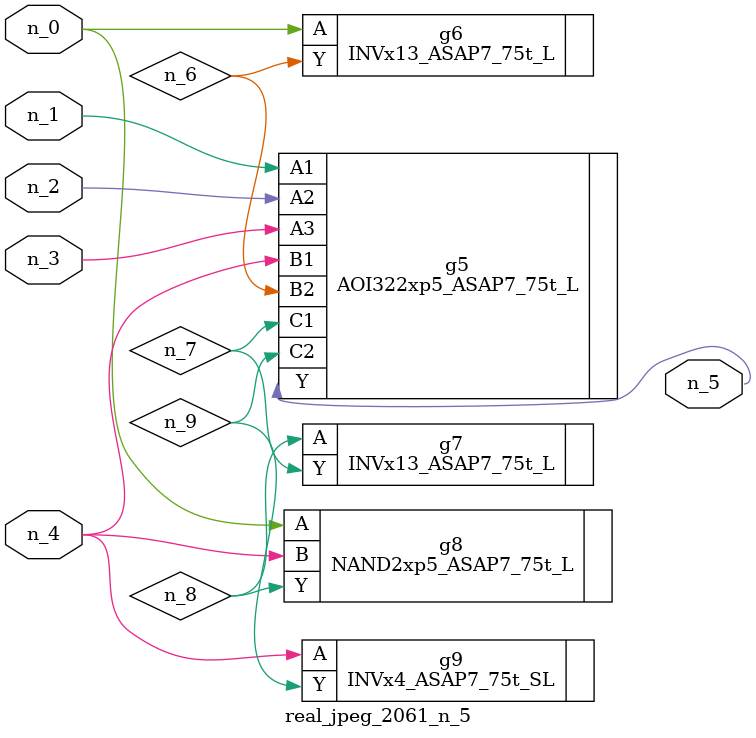
<source format=v>
module real_jpeg_2061_n_5 (n_4, n_0, n_1, n_2, n_3, n_5);

input n_4;
input n_0;
input n_1;
input n_2;
input n_3;

output n_5;

wire n_8;
wire n_6;
wire n_7;
wire n_9;

INVx13_ASAP7_75t_L g6 ( 
.A(n_0),
.Y(n_6)
);

NAND2xp5_ASAP7_75t_L g8 ( 
.A(n_0),
.B(n_4),
.Y(n_8)
);

AOI322xp5_ASAP7_75t_L g5 ( 
.A1(n_1),
.A2(n_2),
.A3(n_3),
.B1(n_4),
.B2(n_6),
.C1(n_7),
.C2(n_9),
.Y(n_5)
);

INVx4_ASAP7_75t_SL g9 ( 
.A(n_4),
.Y(n_9)
);

INVx13_ASAP7_75t_L g7 ( 
.A(n_8),
.Y(n_7)
);


endmodule
</source>
